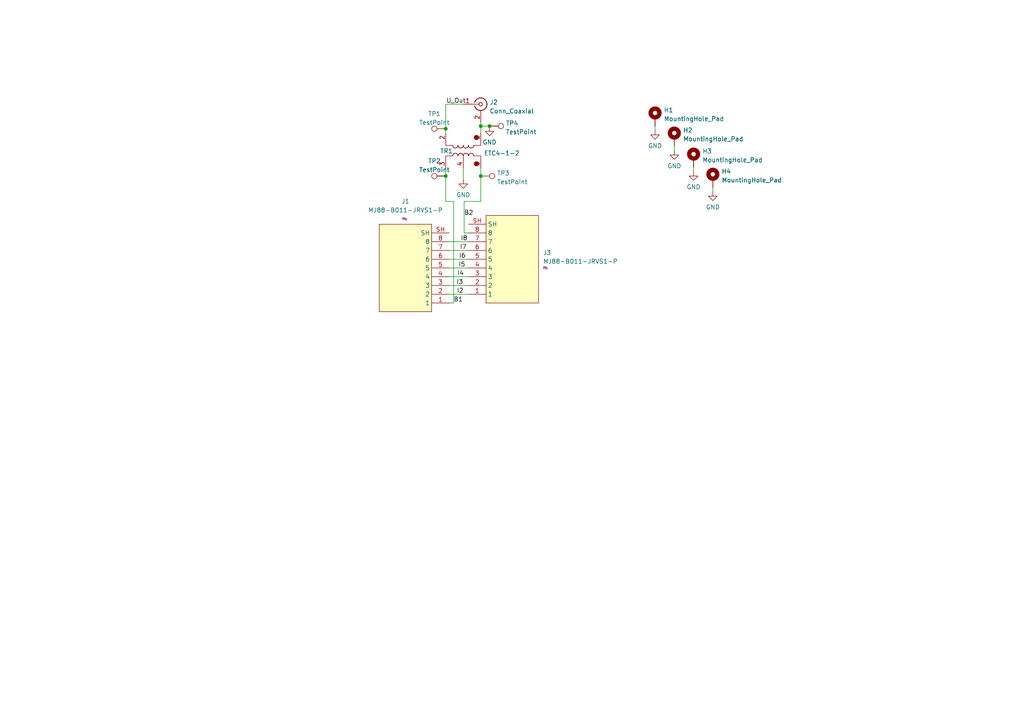
<source format=kicad_sch>
(kicad_sch (version 20211123) (generator eeschema)
  (paper "A4")
  (title_block (title "PatchLoop") (date "2023-02-25") (rev "1.0a") (company "Henning Paul DC4HP <hnch@gmx.net>") (comment 1 "License: CC BY-SA 3.0"))
  (lib_symbols
    (symbol "Connector:Conn_Coaxial" (pin_names (offset 1.016) hide)
      (property "Reference" "J" (at 0.254 3.048 0))
      (property "Value" "Conn_Coaxial" (at 2.921 0 90))
      (symbol "Conn_Coaxial_0_1"
        (arc (start -1.778 -0.508) (mid 0.2311 -1.8066) (end 1.778 0) (stroke (width 0.254)))
        (polyline (pts (xy -2.54 0) (xy -0.508 0)))
        (polyline (pts (xy 0 -2.54) (xy 0 -1.778)))
        (circle (center 0 0) (radius 0.508) (stroke (width 0.2032)))
        (arc (start 1.778 0) (mid 0.2099 1.8101) (end -1.778 0.508) (stroke (width 0.254)))
      )
      (symbol "Conn_Coaxial_1_1"
        (pin passive line (at -5.08 0 0) (length 2.54) (name "In") (number "1"))
        (pin passive line (at 0 -5.08 90) (length 2.54) (name "Ext") (number "2"))
      )
    )
    (symbol "Connector:TestPoint" (pin_numbers hide) (pin_names (offset 0.762) hide)
      (property "Reference" "TP" (at 0 6.858 0))
      (property "Value" "TestPoint" (at 0 5.08 0))
      (symbol "TestPoint_0_1"
        (circle (center 0 3.302) (radius 0.762))
      )
      (symbol "TestPoint_1_1"
        (pin passive line (at 0 0 90) (length 2.54) (name "1") (number "1"))
      )
    )
    (symbol "Mechanical:MountingHole_Pad" (pin_numbers hide) (pin_names (offset 1.016) hide)
      (property "Reference" "H" (at 0 6.35 0))
      (property "Value" "MountingHole_Pad" (at 0 4.445 0))
      (symbol "MountingHole_Pad_0_1"
        (circle (center 0 1.27) (radius 1.27) (stroke (width 1.27)))
      )
      (symbol "MountingHole_Pad_1_1"
        (pin input line (at 0 -2.54 90) (length 2.54) (name "1") (number "1"))
      )
    )
    (symbol "adrf:ETC4-1-2" (pin_names hide)
      (property "Reference" "TR" (at 0 6.35 0))
      (property "Value" "ETC4-1-2" (at 0 -6.985 0))
      (symbol "ETC4-1-2_0_1"
        (circle (center -3.81 3.81) (radius 0.635) (fill (type outline)))
        (arc (start -1.524 -3.048) (mid -0.762 -2.286) (end -1.524 -1.524) (stroke (width 0.2032)))
        (arc (start -1.524 -1.524) (mid -0.762 -0.762) (end -1.524 0) (stroke (width 0.2032)))
        (arc (start -1.524 0) (mid -0.762 0.762) (end -1.524 1.524) (stroke (width 0.2032)))
        (arc (start -1.524 1.524) (mid -0.762 2.286) (end -1.524 3.048) (stroke (width 0.2032)))
        (polyline (pts (xy 2.54 0) (xy 1.27 0)) (stroke (width 0.1524)))
        (polyline (pts (xy -2.54 5.08) (xy -1.524 5.08) (xy -1.524 3.048)) (stroke (width 0.1524)))
        (polyline (pts (xy -1.524 -3.048) (xy -1.524 -5.08) (xy -2.54 -5.08)) (stroke (width 0.1524)))
        (polyline (pts (xy 1.524 3.048) (xy 1.524 5.08) (xy 2.54 5.08)) (stroke (width 0.1524)))
        (polyline (pts (xy 2.54 -5.08) (xy 1.524 -5.08) (xy 1.524 -3.048)) (stroke (width 0.1524)))
        (arc (start 1.524 -1.524) (mid 0.762 -2.286) (end 1.524 -3.048) (stroke (width 0.2032)))
        (arc (start 1.524 0) (mid 0.762 -0.762) (end 1.524 -1.524) (stroke (width 0.2032)))
        (arc (start 1.524 1.524) (mid 0.762 0.762) (end 1.524 0) (stroke (width 0.2032)))
        (arc (start 1.524 3.048) (mid 0.762 2.286) (end 1.524 1.524) (stroke (width 0.2032)))
        (circle (center 3.81 3.81) (radius 0.635) (fill (type outline)))
      )
      (symbol "ETC4-1-2_1_1"
        (pin passive line (at -5.08 5.08 0) (length 2.54) (name "~") (number "1"))
        (pin passive line (at -5.08 -5.08 0) (length 2.54) (name "~") (number "2"))
        (pin passive line (at 5.08 -5.08 180) (length 2.54) (name "~") (number "3"))
        (pin passive line (at 5.08 0 180) (length 2.54) (name "~") (number "4"))
        (pin no_connect line (at -2.54 0 0) (length 2.54) hide (name "~") (number "5"))
        (pin passive line (at 5.08 5.08 180) (length 2.54) (name "~") (number "5"))
      )
    )
    (symbol "power:GND" (power) (pin_names (offset 0))
      (property "Value" "GND" (at 0 -3.81 0))
      (symbol "GND_0_1"
        (polyline (pts (xy 0 0) (xy 0 -1.27) (xy 1.27 -1.27) (xy 0 -2.54) (xy -1.27 -1.27) (xy 0 -1.27)))
      )
      (symbol "GND_1_1"
        (pin power_in line (at 0 0 270) (length 0) hide (name "GND") (number "1"))
      )
    )
    (symbol "so_Heling:MJ88-B011-JRVS1-P"
      (property "Reference" "X" (at 7.62 5.08 0))
      (property "Value" "MJ88-B011-JRVS1-P" (at 13.97 -27.94 0))
      (property "Fit" "fit: " (at 0 0 0))
      (symbol "MJ88-B011-JRVS1-P_0_1"
        (rectangle (start 5.08 2.54) (end 20.32 -22.86) (fill (type background)))
      )
      (symbol "MJ88-B011-JRVS1-P_1_1"
        (pin passive line (at 0 0 0) (length 5.08) (name "1") (number "1"))
        (pin passive line (at 0 -2.54 0) (length 5.08) (name "2") (number "2"))
        (pin passive line (at 0 -5.08 0) (length 5.08) (name "3") (number "3"))
        (pin passive line (at 0 -7.62 0) (length 5.08) (name "4") (number "4"))
        (pin passive line (at 0 -10.16 0) (length 5.08) (name "5") (number "5"))
        (pin passive line (at 0 -12.7 0) (length 5.08) (name "6") (number "6"))
        (pin passive line (at 0 -15.24 0) (length 5.08) (name "7") (number "7"))
        (pin passive line (at 0 -17.78 0) (length 5.08) (name "8") (number "8"))
        (pin passive line (at 0 -20.32 0) (length 5.08) (name "SH") (number "SH"))
      )
    )
  )
  (junction (at 141.986 36.576))
  (junction (at 139.446 36.576))
  (junction (at 129.286 37.338))
  (junction (at 129.286 51.054))
  (junction (at 139.446 51.054))
  (wire (pts (xy 134.62 58.42) (xy 139.446 58.42)))
  (wire (pts (xy 139.446 36.576) (xy 141.986 36.576)))
  (wire (pts (xy 130.302 72.644) (xy 135.89 72.644)))
  (wire (pts (xy 206.756 54.356) (xy 206.756 55.626)))
  (wire (pts (xy 130.302 87.884) (xy 131.572 87.884)))
  (wire (pts (xy 130.302 77.724) (xy 135.89 77.724)))
  (wire (pts (xy 134.366 30.226) (xy 129.286 30.226)))
  (wire (pts (xy 139.446 58.42) (xy 139.446 51.054)))
  (wire (pts (xy 189.992 36.576) (xy 189.992 37.846)))
  (wire (pts (xy 129.286 37.338) (xy 129.286 38.608)))
  (wire (pts (xy 130.302 75.184) (xy 135.89 75.184)))
  (wire (pts (xy 130.302 85.344) (xy 135.89 85.344)))
  (wire (pts (xy 129.286 30.226) (xy 129.286 37.338)))
  (wire (pts (xy 195.58 42.418) (xy 195.58 43.688)))
  (wire (pts (xy 130.302 82.804) (xy 135.89 82.804)))
  (wire (pts (xy 201.168 48.514) (xy 201.168 49.784)))
  (wire (pts (xy 134.366 48.768) (xy 134.366 52.07)))
  (wire (pts (xy 135.89 67.564) (xy 134.62 67.564)))
  (wire (pts (xy 129.286 58.42) (xy 131.572 58.42)))
  (wire (pts (xy 129.286 58.42) (xy 129.286 51.054)))
  (wire (pts (xy 131.572 58.42) (xy 131.572 87.884)))
  (wire (pts (xy 139.446 36.576) (xy 139.446 38.608)))
  (wire (pts (xy 139.446 35.306) (xy 139.446 36.576)))
  (wire (pts (xy 141.986 36.576) (xy 141.986 36.83)))
  (wire (pts (xy 129.286 51.054) (xy 129.286 48.768)))
  (wire (pts (xy 134.62 67.564) (xy 134.62 58.42)))
  (wire (pts (xy 139.446 51.054) (xy 139.446 48.768)))
  (wire (pts (xy 130.302 70.104) (xy 135.89 70.104)))
  (wire (pts (xy 130.302 80.264) (xy 135.89 80.264)))
  (label "I2" (at 132.461 85.344 0))
  (label "I8" (at 133.604 70.104 0))
  (label "U_Out" (at 129.413 30.226 0))
  (label "I4" (at 132.588 80.264 0))
  (label "B2" (at 134.62 62.738 0))
  (label "B1" (at 131.572 87.884 0))
  (label "I5" (at 132.969 77.724 0))
  (label "I7" (at 133.35 72.644 0))
  (label "I3" (at 132.334 82.804 0))
  (label "I6" (at 133.096 75.184 0))
  (symbol (lib_id "Connector:TestPoint") (at 129.286 37.338 90) (unit 1)
    (property "Reference" "TP1" (at 125.984 33.0032 90))
    (property "Value" "TestPoint" (at 125.984 35.5401 90))
    (property "Footprint" "TestPoint:TestPoint_THTPad_D2.0mm_Drill1.0mm" (effects hide))
  )
  (symbol (lib_id "Connector:TestPoint") (at 139.446 51.054 270) (unit 1)
    (property "Reference" "TP3" (at 144.145 50.2193 90) (effects (justify left)))
    (property "Value" "TestPoint" (at 144.145 52.7562 90) (effects (justify left)))
    (property "Footprint" "TestPoint:TestPoint_THTPad_D2.0mm_Drill1.0mm" (effects hide))
  )
  (symbol (lib_id "power:GND") (at 201.168 49.784 0) (unit 1)
    (property "Reference" "#PWR05" (effects hide))
    (property "Value" "GND" (at 201.168 54.2274 0))
  )
  (symbol (lib_id "Mechanical:MountingHole_Pad") (at 195.58 39.878 0) (unit 1)
    (property "Reference" "H2" (at 198.12 37.7733 0) (effects (justify left)))
    (property "Value" "MountingHole_Pad" (at 198.12 40.3102 0) (effects (justify left)))
    (property "Footprint" "MountingHole:MountingHole_3.2mm_M3_DIN965_Pad" (effects hide))
  )
  (symbol (lib_id "power:GND") (at 189.992 37.846 0) (unit 1)
    (property "Reference" "#PWR03" (effects hide))
    (property "Value" "GND" (at 189.992 42.2894 0))
  )
  (symbol (lib_id "so_Heling:MJ88-B011-JRVS1-P") (at 135.89 85.344 0) (mirror x) (unit 1)
    (property "Reference" "J3" (at 157.48 73.2789 0) (effects (justify left)))
    (property "Value" "MJ88-B011-JRVS1-P" (at 157.48 75.8189 0) (effects (justify left)))
    (property "Footprint" "s0_Connector_Heling:MJ88-B011-JRVS1-P" (effects hide))
    (property "Datasheet" "./s0-kicad-lib/datasheets/Connectors/Heling-MJ88-B011-JRVS1-P.pdf" (effects hide))
    (property "Manufacturer" "Heling" (effects hide))
    (property "MPN" "MJ88-B011-JRVS1-P" (effects hide))
    (property "Fit" "fit: " (at 157.48 77.724 0) (effects (font (size 0.635 0.635)) (justify left)))
    (property "State" "draft" (effects hide))
    (property "Package" "SMD/THT mfg-specific" (effects hide))
    (property "Tool" "None" (effects hide))
  )
  (symbol (lib_id "power:GND") (at 206.756 55.626 0) (unit 1)
    (property "Reference" "#PWR06" (effects hide))
    (property "Value" "GND" (at 206.756 60.0694 0))
  )
  (symbol (lib_id "Mechanical:MountingHole_Pad") (at 201.168 45.974 0) (unit 1)
    (property "Reference" "H3" (at 203.708 43.8693 0) (effects (justify left)))
    (property "Value" "MountingHole_Pad" (at 203.708 46.4062 0) (effects (justify left)))
    (property "Footprint" "MountingHole:MountingHole_3.2mm_M3_DIN965_Pad" (effects hide))
  )
  (symbol (lib_id "Connector:Conn_Coaxial") (at 139.446 30.226 0) (unit 1)
    (property "Reference" "J2" (at 141.986 29.6845 0) (effects (justify left)))
    (property "Value" "Conn_Coaxial" (at 141.986 32.2214 0) (effects (justify left)))
    (property "Footprint" "Connector_Coaxial:SMA_Molex_73251-2200_Horizontal" (effects hide))
    (property "Datasheet" " ~" (effects hide))
  )
  (symbol (lib_id "power:GND") (at 141.986 36.83 0) (unit 1)
    (property "Reference" "#PWR02" (effects hide))
    (property "Value" "GND" (at 141.986 41.2734 0))
  )
  (symbol (lib_id "power:GND") (at 134.366 52.07 0) (unit 1)
    (property "Reference" "#PWR01" (effects hide))
    (property "Value" "GND" (at 134.366 56.5134 0))
  )
  (symbol (lib_id "Mechanical:MountingHole_Pad") (at 206.756 51.816 0) (unit 1)
    (property "Reference" "H4" (at 209.296 49.7113 0) (effects (justify left)))
    (property "Value" "MountingHole_Pad" (at 209.296 52.2482 0) (effects (justify left)))
    (property "Footprint" "MountingHole:MountingHole_3.2mm_M3_DIN965_Pad" (effects hide))
  )
  (symbol (lib_id "Connector:TestPoint") (at 129.286 51.054 90) (unit 1)
    (property "Reference" "TP2" (at 125.984 46.7192 90))
    (property "Value" "TestPoint" (at 125.984 49.2561 90))
    (property "Footprint" "TestPoint:TestPoint_THTPad_D2.0mm_Drill1.0mm" (effects hide))
  )
  (symbol (lib_id "adrf:ETC4-1-2") (at 134.366 43.688 270) (unit 1)
    (property "Reference" "TR1" (at 127.635 43.815 90) (effects (justify left)))
    (property "Value" "ETC4-1-2" (at 140.335 44.45 90) (effects (justify left)))
    (property "Footprint" "Transformer_SMD:Transformer_MACOM_SM-22" (effects hide))
    (property "Datasheet" "https://cdn.macom.com/datasheets/ETC4-1-2-TR.pdf" (effects hide))
  )
  (symbol (lib_id "power:GND") (at 195.58 43.688 0) (unit 1)
    (property "Reference" "#PWR04" (effects hide))
    (property "Value" "GND" (at 195.58 48.1314 0))
  )
  (symbol (lib_id "Connector:TestPoint") (at 141.986 36.576 270) (unit 1)
    (property "Reference" "TP4" (at 146.685 35.7413 90) (effects (justify left)))
    (property "Value" "TestPoint" (at 146.685 38.2782 90) (effects (justify left)))
    (property "Footprint" "TestPoint:TestPoint_THTPad_D2.0mm_Drill1.0mm" (effects hide))
  )
  (symbol (lib_id "so_Heling:MJ88-B011-JRVS1-P") (at 130.302 87.884 180) (unit 1)
    (property "Reference" "J1" (at 117.602 58.42 0))
    (property "Value" "MJ88-B011-JRVS1-P" (at 117.602 60.96 0))
    (property "Footprint" "s0_Connector_Heling:MJ88-B011-JRVS1-P" (effects hide))
    (property "Datasheet" "./s0-kicad-lib/datasheets/Connectors/Heling-MJ88-B011-JRVS1-P.pdf" (effects hide))
    (property "Manufacturer" "Heling" (effects hide))
    (property "MPN" "MJ88-B011-JRVS1-P" (effects hide))
    (property "Fit" "fit: " (at 117.602 63.5 0) (effects (font (size 0.635 0.635))))
    (property "State" "draft" (effects hide))
    (property "Package" "SMD/THT mfg-specific" (effects hide))
    (property "Tool" "None" (effects hide))
  )
  (symbol (lib_id "Mechanical:MountingHole_Pad") (at 189.992 34.036 0) (unit 1)
    (property "Reference" "H1" (at 192.532 31.9313 0) (effects (justify left)))
    (property "Value" "MountingHole_Pad" (at 192.532 34.4682 0) (effects (justify left)))
    (property "Footprint" "MountingHole:MountingHole_3.2mm_M3_DIN965_Pad" (effects hide))
  )
)
</source>
